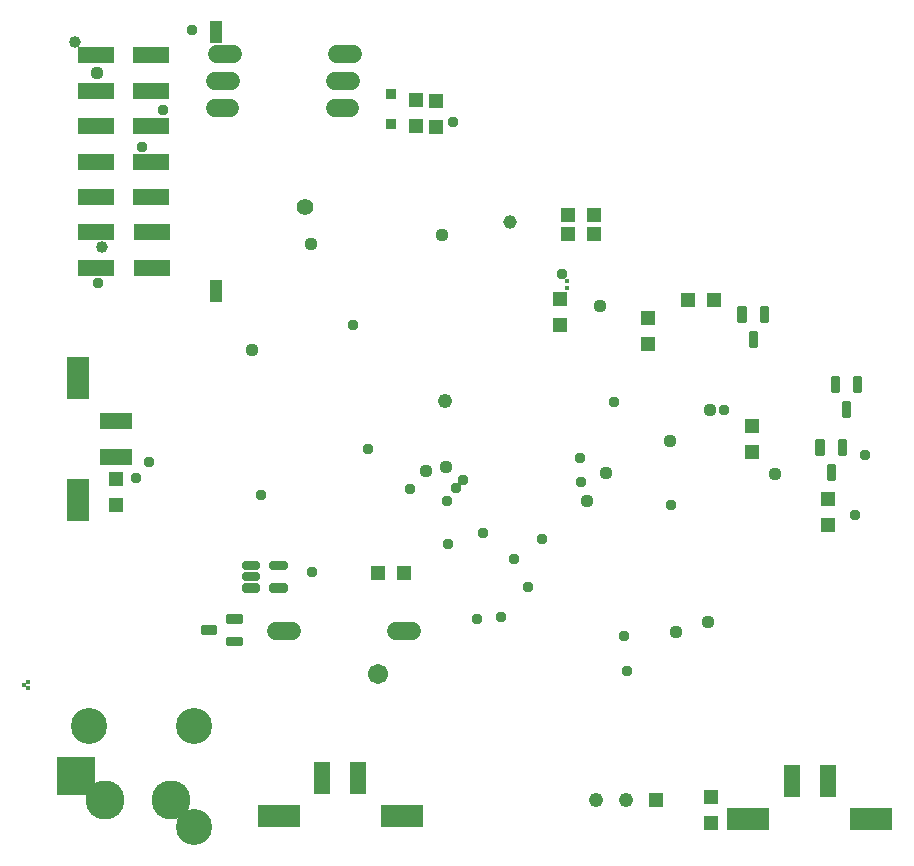
<source format=gbr>
G04 EAGLE Gerber RS-274X export*
G75*
%MOMM*%
%FSLAX34Y34*%
%LPD*%
%INSoldermask Top*%
%IPPOS*%
%AMOC8*
5,1,8,0,0,1.08239X$1,22.5*%
G01*
%ADD10R,1.303200X1.303200*%
%ADD11R,0.453200X0.333200*%
%ADD12R,0.453200X0.353200*%
%ADD13R,0.363200X0.353200*%
%ADD14C,1.524000*%
%ADD15R,0.403200X0.403200*%
%ADD16R,2.743200X1.473200*%
%ADD17R,1.853200X3.633200*%
%ADD18R,1.473200X2.743200*%
%ADD19R,3.633200X1.853200*%
%ADD20R,3.309200X3.309200*%
%ADD21C,3.309200*%
%ADD22C,3.053200*%
%ADD23R,3.123200X1.473200*%
%ADD24R,1.028200X1.918200*%
%ADD25C,0.353406*%
%ADD26R,0.903200X0.903200*%
%ADD27C,0.509078*%
%ADD28R,1.211200X1.211200*%
%ADD29C,1.211200*%
%ADD30C,0.959600*%
%ADD31C,1.109600*%
%ADD32C,1.209600*%
%ADD33C,1.703200*%
%ADD34C,1.159600*%
%ADD35C,1.009600*%
%ADD36C,1.409600*%


D10*
X544000Y601000D03*
X566000Y601000D03*
X543500Y617500D03*
X565500Y617500D03*
X415000Y715000D03*
X415000Y693000D03*
X160900Y394000D03*
X160900Y372000D03*
X537100Y523900D03*
X537100Y545900D03*
X664400Y124700D03*
X664400Y102700D03*
D11*
X86700Y221700D03*
D12*
X86700Y216470D03*
D13*
X83100Y219300D03*
D14*
X296596Y265000D02*
X309804Y265000D01*
X398196Y265000D02*
X411404Y265000D01*
X257804Y707600D02*
X244596Y707600D01*
X346196Y707600D02*
X359404Y707600D01*
X258304Y730600D02*
X245096Y730600D01*
X346696Y730600D02*
X359904Y730600D01*
X259804Y753600D02*
X246596Y753600D01*
X348196Y753600D02*
X361404Y753600D01*
D15*
X542800Y561500D03*
X542800Y555500D03*
D16*
X160800Y442700D03*
X160800Y412700D03*
D17*
X128800Y479700D03*
X128800Y375700D03*
D18*
X733500Y137800D03*
X763500Y137800D03*
D19*
X696500Y105800D03*
X800500Y105800D03*
D18*
X335800Y140800D03*
X365800Y140800D03*
D19*
X298800Y108800D03*
X402800Y108800D03*
D20*
X127300Y142400D03*
D21*
X207800Y122400D03*
X151800Y122400D03*
D22*
X138300Y184900D03*
X227300Y184900D03*
X227300Y98900D03*
D23*
X144300Y572600D03*
X144300Y602600D03*
X144300Y632600D03*
X144300Y662600D03*
X144300Y692600D03*
X144300Y722600D03*
X144300Y752600D03*
X190300Y752600D03*
X190300Y722600D03*
X190300Y692600D03*
X190300Y662600D03*
X190300Y632600D03*
X191300Y602600D03*
X191300Y572600D03*
D24*
X246100Y552600D03*
X246100Y772600D03*
D25*
X707851Y538599D02*
X707851Y527801D01*
X707851Y538599D02*
X712349Y538599D01*
X712349Y527801D01*
X707851Y527801D01*
X707851Y531158D02*
X712349Y531158D01*
X712349Y534515D02*
X707851Y534515D01*
X707851Y537872D02*
X712349Y537872D01*
X698351Y517399D02*
X698351Y506601D01*
X698351Y517399D02*
X702849Y517399D01*
X702849Y506601D01*
X698351Y506601D01*
X698351Y509958D02*
X702849Y509958D01*
X702849Y513315D02*
X698351Y513315D01*
X698351Y516672D02*
X702849Y516672D01*
X688851Y527801D02*
X688851Y538599D01*
X693349Y538599D01*
X693349Y527801D01*
X688851Y527801D01*
X688851Y531158D02*
X693349Y531158D01*
X693349Y534515D02*
X688851Y534515D01*
X688851Y537872D02*
X693349Y537872D01*
X786851Y479399D02*
X786851Y468601D01*
X786851Y479399D02*
X791349Y479399D01*
X791349Y468601D01*
X786851Y468601D01*
X786851Y471958D02*
X791349Y471958D01*
X791349Y475315D02*
X786851Y475315D01*
X786851Y478672D02*
X791349Y478672D01*
X777351Y458199D02*
X777351Y447401D01*
X777351Y458199D02*
X781849Y458199D01*
X781849Y447401D01*
X777351Y447401D01*
X777351Y450758D02*
X781849Y450758D01*
X781849Y454115D02*
X777351Y454115D01*
X777351Y457472D02*
X781849Y457472D01*
X767851Y468601D02*
X767851Y479399D01*
X772349Y479399D01*
X772349Y468601D01*
X767851Y468601D01*
X767851Y471958D02*
X772349Y471958D01*
X772349Y475315D02*
X767851Y475315D01*
X767851Y478672D02*
X772349Y478672D01*
X773851Y425699D02*
X773851Y414901D01*
X773851Y425699D02*
X778349Y425699D01*
X778349Y414901D01*
X773851Y414901D01*
X773851Y418258D02*
X778349Y418258D01*
X778349Y421615D02*
X773851Y421615D01*
X773851Y424972D02*
X778349Y424972D01*
X764351Y404499D02*
X764351Y393701D01*
X764351Y404499D02*
X768849Y404499D01*
X768849Y393701D01*
X764351Y393701D01*
X764351Y397058D02*
X768849Y397058D01*
X768849Y400415D02*
X764351Y400415D01*
X764351Y403772D02*
X768849Y403772D01*
X754851Y414901D02*
X754851Y425699D01*
X759349Y425699D01*
X759349Y414901D01*
X754851Y414901D01*
X754851Y418258D02*
X759349Y418258D01*
X759349Y421615D02*
X754851Y421615D01*
X754851Y424972D02*
X759349Y424972D01*
X266499Y258649D02*
X255701Y258649D01*
X266499Y258649D02*
X266499Y254151D01*
X255701Y254151D01*
X255701Y258649D01*
X255701Y257508D02*
X266499Y257508D01*
X245299Y268149D02*
X234501Y268149D01*
X245299Y268149D02*
X245299Y263651D01*
X234501Y263651D01*
X234501Y268149D01*
X234501Y267008D02*
X245299Y267008D01*
X255701Y277649D02*
X266499Y277649D01*
X266499Y273151D01*
X255701Y273151D01*
X255701Y277649D01*
X255701Y276508D02*
X266499Y276508D01*
D10*
X611500Y508000D03*
X611500Y530000D03*
X432000Y714000D03*
X432000Y692000D03*
X405000Y314000D03*
X383000Y314000D03*
X699500Y438500D03*
X699500Y416500D03*
X764000Y355000D03*
X764000Y377000D03*
X645300Y545400D03*
X667300Y545400D03*
D26*
X394000Y694300D03*
X394000Y719700D03*
D27*
X280771Y321871D02*
X280771Y319129D01*
X269929Y319129D01*
X269929Y321871D01*
X280771Y321871D01*
X280771Y312371D02*
X280771Y309629D01*
X269929Y309629D01*
X269929Y312371D01*
X280771Y312371D01*
X280771Y302871D02*
X280771Y300129D01*
X269929Y300129D01*
X269929Y302871D01*
X280771Y302871D01*
X304071Y302871D02*
X304071Y300129D01*
X293229Y300129D01*
X293229Y302871D01*
X304071Y302871D01*
X304071Y319129D02*
X304071Y321871D01*
X304071Y319129D02*
X293229Y319129D01*
X293229Y321871D01*
X304071Y321871D01*
D28*
X618200Y122100D03*
D29*
X592800Y122100D03*
X567800Y122100D03*
D30*
X510000Y302000D03*
X487000Y277000D03*
X498000Y326000D03*
X467000Y275500D03*
X441000Y375000D03*
X555000Y391000D03*
X583000Y459000D03*
X446500Y696000D03*
X631000Y372000D03*
X448500Y386000D03*
X410000Y385000D03*
X362000Y524000D03*
X522000Y343000D03*
X591068Y261000D03*
X593500Y231000D03*
D31*
X662000Y273000D03*
X635000Y264000D03*
X570500Y540500D03*
X664000Y452000D03*
X719000Y398000D03*
D30*
X472000Y348000D03*
X442000Y339000D03*
D31*
X575500Y398500D03*
X560000Y375500D03*
D30*
X327000Y315000D03*
D31*
X423500Y401000D03*
D32*
X440000Y460000D03*
D31*
X437000Y600000D03*
D33*
X383000Y229000D03*
D30*
X554000Y412000D03*
D31*
X440514Y404068D03*
D30*
X284000Y380000D03*
D31*
X276500Y503000D03*
D30*
X539000Y567500D03*
X454500Y393000D03*
D31*
X630000Y426000D03*
D30*
X189000Y408000D03*
X178000Y395000D03*
X374000Y419000D03*
D34*
X495000Y611000D03*
D30*
X676000Y452500D03*
D31*
X326000Y593000D03*
D30*
X786500Y363000D03*
X225000Y774000D03*
D31*
X145300Y737600D03*
D30*
X795000Y414000D03*
X146000Y560000D03*
D35*
X149000Y590000D03*
X125942Y764000D03*
D30*
X200500Y706500D03*
X183000Y674500D03*
D36*
X321000Y624000D03*
M02*

</source>
